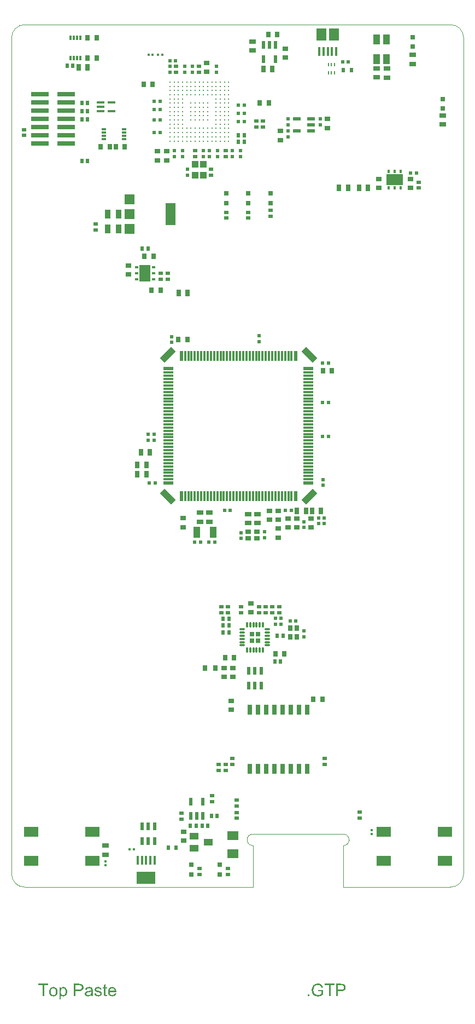
<source format=gtp>
G04 Layer_Color=33789*
%FSLAX43Y43*%
%MOMM*%
G71*
G01*
G75*
%ADD10R,0.750X0.750*%
%ADD11R,0.640X1.000*%
%ADD12R,1.000X0.640*%
%ADD13C,0.100*%
%ADD14C,0.100*%
%ADD15R,0.750X0.850*%
%ADD16R,0.850X0.750*%
%ADD17R,1.000X1.800*%
%ADD18R,1.000X1.000*%
%ADD19R,0.330X0.425*%
%ADD20R,0.425X0.330*%
%ADD21R,0.550X0.800*%
%ADD22R,0.600X1.200*%
%ADD23R,0.600X1.300*%
%ADD24R,0.640X1.550*%
G04:AMPARAMS|DCode=25|XSize=0.3mm|YSize=0.85mm|CornerRadius=0.075mm|HoleSize=0mm|Usage=FLASHONLY|Rotation=180.000|XOffset=0mm|YOffset=0mm|HoleType=Round|Shape=RoundedRectangle|*
%AMROUNDEDRECTD25*
21,1,0.300,0.700,0,0,180.0*
21,1,0.150,0.850,0,0,180.0*
1,1,0.150,-0.075,0.350*
1,1,0.150,0.075,0.350*
1,1,0.150,0.075,-0.350*
1,1,0.150,-0.075,-0.350*
%
%ADD25ROUNDEDRECTD25*%
G04:AMPARAMS|DCode=26|XSize=0.3mm|YSize=0.85mm|CornerRadius=0.075mm|HoleSize=0mm|Usage=FLASHONLY|Rotation=270.000|XOffset=0mm|YOffset=0mm|HoleType=Round|Shape=RoundedRectangle|*
%AMROUNDEDRECTD26*
21,1,0.300,0.700,0,0,270.0*
21,1,0.150,0.850,0,0,270.0*
1,1,0.150,-0.350,-0.075*
1,1,0.150,-0.350,0.075*
1,1,0.150,0.350,0.075*
1,1,0.150,0.350,-0.075*
%
%ADD26ROUNDEDRECTD26*%
G04:AMPARAMS|DCode=27|XSize=1mm|YSize=2.5mm|CornerRadius=0mm|HoleSize=0mm|Usage=FLASHONLY|Rotation=315.000|XOffset=0mm|YOffset=0mm|HoleType=Round|Shape=Rectangle|*
%AMROTATEDRECTD27*
4,1,4,-1.237,-0.530,0.530,1.237,1.237,0.530,-0.530,-1.237,-1.237,-0.530,0.0*
%
%ADD27ROTATEDRECTD27*%

G04:AMPARAMS|DCode=28|XSize=1mm|YSize=2.5mm|CornerRadius=0mm|HoleSize=0mm|Usage=FLASHONLY|Rotation=225.000|XOffset=0mm|YOffset=0mm|HoleType=Round|Shape=Rectangle|*
%AMROTATEDRECTD28*
4,1,4,-0.530,1.237,1.237,-0.530,0.530,-1.237,-1.237,0.530,-0.530,1.237,0.0*
%
%ADD28ROTATEDRECTD28*%

%ADD29R,0.300X1.650*%
%ADD30R,0.500X1.650*%
%ADD31R,1.650X0.500*%
%ADD32R,1.650X0.300*%
%ADD33R,1.700X2.500*%
%ADD34R,0.500X0.450*%
%ADD35R,1.650X1.500*%
%ADD36R,1.650X3.500*%
%ADD37R,2.500X1.700*%
%ADD38R,0.450X0.500*%
%ADD39R,0.800X0.300*%
%ADD40R,1.300X0.600*%
%ADD41R,1.200X0.400*%
%ADD42C,0.250*%
%ADD43R,0.250X0.600*%
%ADD44R,0.300X0.800*%
%ADD45R,1.400X1.000*%
%ADD46R,0.700X0.510*%
%ADD47R,1.000X0.640*%
%ADD48R,0.510X0.700*%
%ADD49R,0.640X1.000*%
%ADD50R,0.800X0.800*%
%ADD51R,0.800X0.800*%
%ADD52R,1.100X1.500*%
%ADD53R,0.800X0.950*%
%ADD54R,0.400X1.350*%
%ADD55R,2.900X1.900*%
%ADD56R,2.790X0.740*%
%ADD57R,1.500X1.900*%
%ADD58R,0.400X1.350*%
%ADD59R,1.780X1.400*%
%ADD60R,0.890X0.640*%
%ADD61R,0.640X0.890*%
%ADD62R,0.560X0.510*%
%ADD63R,0.510X0.560*%
%ADD64R,0.900X1.400*%
%ADD65R,2.160X1.520*%
G36*
X15623Y-15446D02*
X15645Y-15448D01*
X15673Y-15454D01*
X15703Y-15459D01*
X15739Y-15468D01*
X15773Y-15476D01*
X15812Y-15490D01*
X15848Y-15504D01*
X15887Y-15523D01*
X15925Y-15546D01*
X15964Y-15571D01*
X16000Y-15601D01*
X16034Y-15634D01*
X16037Y-15637D01*
X16042Y-15643D01*
X16050Y-15654D01*
X16062Y-15670D01*
X16075Y-15690D01*
X16089Y-15712D01*
X16106Y-15740D01*
X16123Y-15773D01*
X16139Y-15809D01*
X16156Y-15848D01*
X16170Y-15893D01*
X16184Y-15940D01*
X16195Y-15993D01*
X16203Y-16048D01*
X16209Y-16106D01*
X16211Y-16170D01*
Y-16173D01*
Y-16184D01*
Y-16203D01*
X16209Y-16231D01*
X15168D01*
Y-16234D01*
Y-16242D01*
X15170Y-16253D01*
Y-16270D01*
X15173Y-16290D01*
X15179Y-16312D01*
X15187Y-16362D01*
X15204Y-16417D01*
X15226Y-16478D01*
X15256Y-16534D01*
X15295Y-16584D01*
X15298D01*
X15301Y-16589D01*
X15318Y-16603D01*
X15342Y-16623D01*
X15376Y-16642D01*
X15420Y-16664D01*
X15470Y-16684D01*
X15526Y-16698D01*
X15556Y-16700D01*
X15590Y-16703D01*
X15612D01*
X15637Y-16700D01*
X15667Y-16695D01*
X15701Y-16687D01*
X15739Y-16675D01*
X15776Y-16659D01*
X15812Y-16637D01*
X15814Y-16634D01*
X15828Y-16623D01*
X15845Y-16606D01*
X15864Y-16584D01*
X15887Y-16553D01*
X15912Y-16514D01*
X15937Y-16470D01*
X15959Y-16417D01*
X16203Y-16448D01*
Y-16451D01*
X16200Y-16456D01*
X16198Y-16467D01*
X16192Y-16484D01*
X16184Y-16501D01*
X16175Y-16523D01*
X16153Y-16570D01*
X16125Y-16623D01*
X16087Y-16678D01*
X16042Y-16731D01*
X15987Y-16781D01*
X15984D01*
X15978Y-16786D01*
X15970Y-16792D01*
X15959Y-16800D01*
X15942Y-16809D01*
X15925Y-16817D01*
X15903Y-16828D01*
X15878Y-16839D01*
X15851Y-16850D01*
X15823Y-16861D01*
X15753Y-16878D01*
X15676Y-16892D01*
X15590Y-16898D01*
X15559D01*
X15540Y-16895D01*
X15515Y-16892D01*
X15484Y-16886D01*
X15451Y-16881D01*
X15415Y-16875D01*
X15337Y-16853D01*
X15295Y-16836D01*
X15256Y-16820D01*
X15215Y-16798D01*
X15176Y-16773D01*
X15140Y-16745D01*
X15104Y-16712D01*
X15101Y-16709D01*
X15095Y-16703D01*
X15087Y-16692D01*
X15076Y-16675D01*
X15062Y-16656D01*
X15048Y-16634D01*
X15032Y-16606D01*
X15015Y-16576D01*
X14998Y-16539D01*
X14982Y-16501D01*
X14968Y-16456D01*
X14954Y-16409D01*
X14943Y-16359D01*
X14934Y-16303D01*
X14929Y-16245D01*
X14926Y-16184D01*
Y-16181D01*
Y-16167D01*
Y-16151D01*
X14929Y-16126D01*
X14932Y-16095D01*
X14934Y-16062D01*
X14940Y-16023D01*
X14948Y-15984D01*
X14970Y-15895D01*
X14984Y-15851D01*
X15001Y-15804D01*
X15023Y-15759D01*
X15048Y-15718D01*
X15076Y-15676D01*
X15107Y-15637D01*
X15109Y-15634D01*
X15115Y-15629D01*
X15126Y-15620D01*
X15140Y-15607D01*
X15156Y-15593D01*
X15179Y-15576D01*
X15204Y-15557D01*
X15234Y-15540D01*
X15265Y-15521D01*
X15301Y-15504D01*
X15340Y-15487D01*
X15381Y-15473D01*
X15426Y-15459D01*
X15473Y-15451D01*
X15523Y-15446D01*
X15576Y-15443D01*
X15603D01*
X15623Y-15446D01*
D02*
G37*
G36*
X6509D02*
X6534Y-15448D01*
X6561Y-15454D01*
X6592Y-15459D01*
X6628Y-15465D01*
X6703Y-15490D01*
X6742Y-15504D01*
X6781Y-15523D01*
X6819Y-15543D01*
X6858Y-15571D01*
X6894Y-15598D01*
X6931Y-15632D01*
X6933Y-15634D01*
X6939Y-15640D01*
X6947Y-15651D01*
X6958Y-15665D01*
X6972Y-15684D01*
X6989Y-15709D01*
X7005Y-15737D01*
X7022Y-15768D01*
X7039Y-15801D01*
X7055Y-15843D01*
X7072Y-15884D01*
X7086Y-15931D01*
X7097Y-15981D01*
X7105Y-16034D01*
X7111Y-16090D01*
X7114Y-16151D01*
Y-16154D01*
Y-16162D01*
Y-16176D01*
Y-16195D01*
X7111Y-16217D01*
X7108Y-16245D01*
Y-16273D01*
X7103Y-16303D01*
X7094Y-16373D01*
X7078Y-16442D01*
X7058Y-16512D01*
X7030Y-16576D01*
Y-16578D01*
X7028Y-16581D01*
X7022Y-16589D01*
X7017Y-16600D01*
X6997Y-16628D01*
X6972Y-16662D01*
X6939Y-16700D01*
X6897Y-16739D01*
X6850Y-16778D01*
X6795Y-16814D01*
X6792D01*
X6789Y-16817D01*
X6781Y-16823D01*
X6767Y-16828D01*
X6753Y-16834D01*
X6736Y-16839D01*
X6695Y-16856D01*
X6647Y-16870D01*
X6589Y-16884D01*
X6528Y-16895D01*
X6461Y-16898D01*
X6434D01*
X6411Y-16895D01*
X6386Y-16892D01*
X6359Y-16886D01*
X6325Y-16881D01*
X6292Y-16875D01*
X6217Y-16853D01*
X6175Y-16836D01*
X6137Y-16820D01*
X6098Y-16798D01*
X6059Y-16773D01*
X6023Y-16745D01*
X5987Y-16712D01*
X5984Y-16709D01*
X5978Y-16703D01*
X5970Y-16692D01*
X5959Y-16675D01*
X5945Y-16656D01*
X5931Y-16634D01*
X5914Y-16606D01*
X5898Y-16573D01*
X5881Y-16537D01*
X5864Y-16495D01*
X5851Y-16451D01*
X5837Y-16403D01*
X5826Y-16351D01*
X5817Y-16295D01*
X5812Y-16234D01*
X5809Y-16170D01*
Y-16165D01*
Y-16154D01*
X5812Y-16134D01*
Y-16106D01*
X5814Y-16076D01*
X5820Y-16037D01*
X5826Y-15998D01*
X5837Y-15954D01*
X5848Y-15909D01*
X5862Y-15862D01*
X5878Y-15812D01*
X5901Y-15765D01*
X5923Y-15720D01*
X5953Y-15676D01*
X5984Y-15634D01*
X6023Y-15598D01*
X6025Y-15595D01*
X6031Y-15593D01*
X6042Y-15584D01*
X6056Y-15573D01*
X6073Y-15562D01*
X6095Y-15548D01*
X6117Y-15534D01*
X6145Y-15521D01*
X6175Y-15507D01*
X6209Y-15493D01*
X6284Y-15468D01*
X6370Y-15448D01*
X6414Y-15446D01*
X6461Y-15443D01*
X6489D01*
X6509Y-15446D01*
D02*
G37*
G36*
X5665Y-15174D02*
X5032D01*
Y-16867D01*
X4776D01*
Y-15174D01*
X4143D01*
Y-14946D01*
X5665D01*
Y-15174D01*
D02*
G37*
G36*
X14535Y-15473D02*
X14773D01*
Y-15657D01*
X14535D01*
Y-16476D01*
Y-16481D01*
Y-16492D01*
Y-16509D01*
X14537Y-16528D01*
X14540Y-16573D01*
X14543Y-16592D01*
X14546Y-16606D01*
X14548Y-16612D01*
X14557Y-16623D01*
X14568Y-16637D01*
X14587Y-16650D01*
X14593Y-16653D01*
X14607Y-16659D01*
X14632Y-16664D01*
X14668Y-16667D01*
X14696D01*
X14710Y-16664D01*
X14729D01*
X14751Y-16662D01*
X14773Y-16659D01*
X14804Y-16867D01*
X14798D01*
X14787Y-16870D01*
X14768Y-16873D01*
X14743Y-16875D01*
X14715Y-16881D01*
X14685Y-16884D01*
X14623Y-16886D01*
X14601D01*
X14579Y-16884D01*
X14551Y-16881D01*
X14518Y-16878D01*
X14485Y-16870D01*
X14454Y-16861D01*
X14424Y-16848D01*
X14421Y-16845D01*
X14412Y-16839D01*
X14401Y-16831D01*
X14385Y-16817D01*
X14371Y-16803D01*
X14354Y-16784D01*
X14337Y-16764D01*
X14326Y-16739D01*
Y-16737D01*
X14321Y-16725D01*
X14318Y-16706D01*
X14313Y-16678D01*
X14307Y-16642D01*
X14304Y-16620D01*
Y-16595D01*
X14301Y-16564D01*
X14299Y-16534D01*
Y-16501D01*
Y-16462D01*
Y-15657D01*
X14124D01*
Y-15473D01*
X14299D01*
Y-15129D01*
X14535Y-14988D01*
Y-15473D01*
D02*
G37*
G36*
X50013Y-15174D02*
X49380D01*
Y-16867D01*
X49125D01*
Y-15174D01*
X48492D01*
Y-14946D01*
X50013D01*
Y-15174D01*
D02*
G37*
G36*
X46107Y-16867D02*
X45838D01*
Y-16598D01*
X46107D01*
Y-16867D01*
D02*
G37*
G36*
X47495Y-14915D02*
X47518D01*
X47570Y-14921D01*
X47629Y-14929D01*
X47690Y-14943D01*
X47756Y-14960D01*
X47820Y-14982D01*
X47823D01*
X47829Y-14985D01*
X47837Y-14988D01*
X47848Y-14993D01*
X47879Y-15010D01*
X47917Y-15029D01*
X47959Y-15057D01*
X48003Y-15090D01*
X48045Y-15126D01*
X48084Y-15171D01*
X48090Y-15176D01*
X48101Y-15193D01*
X48117Y-15218D01*
X48139Y-15254D01*
X48162Y-15298D01*
X48187Y-15354D01*
X48212Y-15415D01*
X48231Y-15484D01*
X48001Y-15546D01*
Y-15543D01*
X47998Y-15540D01*
X47995Y-15532D01*
X47992Y-15521D01*
X47984Y-15496D01*
X47973Y-15462D01*
X47956Y-15423D01*
X47937Y-15387D01*
X47917Y-15348D01*
X47892Y-15315D01*
X47890Y-15312D01*
X47881Y-15301D01*
X47865Y-15287D01*
X47845Y-15268D01*
X47820Y-15246D01*
X47787Y-15223D01*
X47751Y-15201D01*
X47709Y-15182D01*
X47704Y-15179D01*
X47690Y-15174D01*
X47665Y-15165D01*
X47631Y-15154D01*
X47593Y-15146D01*
X47548Y-15137D01*
X47498Y-15132D01*
X47445Y-15129D01*
X47415D01*
X47401Y-15132D01*
X47384D01*
X47343Y-15135D01*
X47296Y-15143D01*
X47243Y-15151D01*
X47193Y-15165D01*
X47143Y-15185D01*
X47137Y-15187D01*
X47121Y-15193D01*
X47098Y-15207D01*
X47071Y-15221D01*
X47037Y-15243D01*
X47001Y-15265D01*
X46968Y-15293D01*
X46937Y-15323D01*
X46935Y-15326D01*
X46924Y-15337D01*
X46910Y-15357D01*
X46893Y-15379D01*
X46874Y-15407D01*
X46854Y-15440D01*
X46835Y-15476D01*
X46815Y-15515D01*
Y-15518D01*
X46812Y-15523D01*
X46810Y-15532D01*
X46804Y-15546D01*
X46799Y-15562D01*
X46793Y-15582D01*
X46785Y-15604D01*
X46779Y-15629D01*
X46765Y-15687D01*
X46754Y-15754D01*
X46746Y-15823D01*
X46743Y-15901D01*
Y-15904D01*
Y-15912D01*
Y-15926D01*
X46746Y-15943D01*
Y-15965D01*
X46749Y-15993D01*
X46751Y-16020D01*
X46754Y-16051D01*
X46765Y-16120D01*
X46779Y-16192D01*
X46801Y-16265D01*
X46829Y-16334D01*
Y-16337D01*
X46835Y-16342D01*
X46837Y-16351D01*
X46846Y-16362D01*
X46865Y-16392D01*
X46896Y-16431D01*
X46932Y-16473D01*
X46976Y-16514D01*
X47029Y-16553D01*
X47087Y-16589D01*
X47090D01*
X47096Y-16592D01*
X47104Y-16598D01*
X47118Y-16603D01*
X47132Y-16609D01*
X47151Y-16614D01*
X47196Y-16631D01*
X47251Y-16645D01*
X47312Y-16659D01*
X47379Y-16670D01*
X47448Y-16673D01*
X47476D01*
X47493Y-16670D01*
X47509D01*
X47551Y-16664D01*
X47601Y-16659D01*
X47654Y-16648D01*
X47712Y-16631D01*
X47770Y-16612D01*
X47773D01*
X47779Y-16609D01*
X47784Y-16606D01*
X47795Y-16600D01*
X47826Y-16587D01*
X47859Y-16570D01*
X47898Y-16551D01*
X47940Y-16528D01*
X47978Y-16503D01*
X48012Y-16476D01*
Y-16115D01*
X47445D01*
Y-15887D01*
X48262D01*
Y-16600D01*
X48259Y-16603D01*
X48253Y-16606D01*
X48242Y-16614D01*
X48228Y-16625D01*
X48212Y-16637D01*
X48192Y-16650D01*
X48167Y-16667D01*
X48142Y-16684D01*
X48084Y-16720D01*
X48017Y-16759D01*
X47948Y-16795D01*
X47873Y-16825D01*
X47870D01*
X47865Y-16828D01*
X47854Y-16831D01*
X47840Y-16836D01*
X47820Y-16842D01*
X47798Y-16850D01*
X47773Y-16856D01*
X47748Y-16861D01*
X47687Y-16875D01*
X47618Y-16889D01*
X47543Y-16898D01*
X47465Y-16900D01*
X47437D01*
X47418Y-16898D01*
X47393D01*
X47362Y-16895D01*
X47329Y-16889D01*
X47293Y-16886D01*
X47212Y-16870D01*
X47126Y-16850D01*
X47037Y-16820D01*
X46993Y-16803D01*
X46948Y-16781D01*
X46946Y-16778D01*
X46937Y-16775D01*
X46926Y-16767D01*
X46910Y-16759D01*
X46890Y-16745D01*
X46871Y-16731D01*
X46818Y-16692D01*
X46762Y-16642D01*
X46704Y-16581D01*
X46649Y-16512D01*
X46599Y-16431D01*
Y-16428D01*
X46593Y-16420D01*
X46588Y-16409D01*
X46579Y-16389D01*
X46571Y-16370D01*
X46563Y-16342D01*
X46551Y-16315D01*
X46540Y-16281D01*
X46529Y-16245D01*
X46518Y-16203D01*
X46510Y-16162D01*
X46502Y-16117D01*
X46488Y-16020D01*
X46482Y-15918D01*
Y-15915D01*
Y-15904D01*
Y-15890D01*
X46485Y-15870D01*
Y-15845D01*
X46488Y-15815D01*
X46493Y-15784D01*
X46496Y-15748D01*
X46504Y-15709D01*
X46510Y-15668D01*
X46532Y-15579D01*
X46560Y-15487D01*
X46599Y-15396D01*
X46601Y-15393D01*
X46604Y-15384D01*
X46610Y-15373D01*
X46621Y-15357D01*
X46632Y-15335D01*
X46646Y-15312D01*
X46685Y-15260D01*
X46732Y-15198D01*
X46790Y-15140D01*
X46857Y-15082D01*
X46896Y-15057D01*
X46935Y-15032D01*
X46937Y-15029D01*
X46946Y-15026D01*
X46957Y-15021D01*
X46973Y-15012D01*
X46996Y-15004D01*
X47021Y-14993D01*
X47048Y-14982D01*
X47082Y-14971D01*
X47118Y-14960D01*
X47157Y-14951D01*
X47198Y-14940D01*
X47243Y-14932D01*
X47340Y-14918D01*
X47390Y-14913D01*
X47479D01*
X47495Y-14915D01*
D02*
G37*
G36*
X51107Y-14949D02*
X51154Y-14951D01*
X51204Y-14954D01*
X51252Y-14960D01*
X51293Y-14965D01*
X51299D01*
X51318Y-14971D01*
X51343Y-14976D01*
X51377Y-14985D01*
X51413Y-14999D01*
X51452Y-15015D01*
X51493Y-15035D01*
X51529Y-15057D01*
X51535Y-15060D01*
X51546Y-15068D01*
X51563Y-15085D01*
X51585Y-15104D01*
X51610Y-15129D01*
X51635Y-15162D01*
X51663Y-15198D01*
X51685Y-15240D01*
X51687Y-15246D01*
X51693Y-15260D01*
X51704Y-15285D01*
X51715Y-15318D01*
X51724Y-15357D01*
X51735Y-15401D01*
X51740Y-15451D01*
X51743Y-15504D01*
Y-15507D01*
Y-15515D01*
Y-15526D01*
X51740Y-15546D01*
X51737Y-15565D01*
X51735Y-15590D01*
X51729Y-15618D01*
X51724Y-15648D01*
X51704Y-15712D01*
X51693Y-15745D01*
X51676Y-15781D01*
X51657Y-15818D01*
X51638Y-15851D01*
X51613Y-15884D01*
X51585Y-15918D01*
X51582Y-15920D01*
X51576Y-15926D01*
X51568Y-15934D01*
X51554Y-15943D01*
X51538Y-15956D01*
X51515Y-15970D01*
X51488Y-15987D01*
X51457Y-16001D01*
X51421Y-16017D01*
X51379Y-16034D01*
X51335Y-16048D01*
X51282Y-16059D01*
X51227Y-16070D01*
X51166Y-16079D01*
X51096Y-16084D01*
X51024Y-16087D01*
X50533D01*
Y-16867D01*
X50277D01*
Y-14946D01*
X51066D01*
X51107Y-14949D01*
D02*
G37*
G36*
X10492D02*
X10540Y-14951D01*
X10590Y-14954D01*
X10637Y-14960D01*
X10678Y-14965D01*
X10684D01*
X10703Y-14971D01*
X10728Y-14976D01*
X10762Y-14985D01*
X10798Y-14999D01*
X10837Y-15015D01*
X10878Y-15035D01*
X10914Y-15057D01*
X10920Y-15060D01*
X10931Y-15068D01*
X10948Y-15085D01*
X10970Y-15104D01*
X10995Y-15129D01*
X11020Y-15162D01*
X11048Y-15198D01*
X11070Y-15240D01*
X11073Y-15246D01*
X11078Y-15260D01*
X11089Y-15285D01*
X11100Y-15318D01*
X11109Y-15357D01*
X11120Y-15401D01*
X11125Y-15451D01*
X11128Y-15504D01*
Y-15507D01*
Y-15515D01*
Y-15526D01*
X11125Y-15546D01*
X11123Y-15565D01*
X11120Y-15590D01*
X11114Y-15618D01*
X11109Y-15648D01*
X11089Y-15712D01*
X11078Y-15745D01*
X11062Y-15781D01*
X11042Y-15818D01*
X11023Y-15851D01*
X10998Y-15884D01*
X10970Y-15918D01*
X10967Y-15920D01*
X10962Y-15926D01*
X10953Y-15934D01*
X10939Y-15943D01*
X10923Y-15956D01*
X10901Y-15970D01*
X10873Y-15987D01*
X10842Y-16001D01*
X10806Y-16017D01*
X10764Y-16034D01*
X10720Y-16048D01*
X10667Y-16059D01*
X10612Y-16070D01*
X10551Y-16079D01*
X10481Y-16084D01*
X10409Y-16087D01*
X9918D01*
Y-16867D01*
X9662D01*
Y-14946D01*
X10451D01*
X10492Y-14949D01*
D02*
G37*
G36*
X13430Y-15446D02*
X13471Y-15448D01*
X13516Y-15454D01*
X13563Y-15465D01*
X13613Y-15476D01*
X13660Y-15493D01*
X13663D01*
X13666Y-15496D01*
X13680Y-15501D01*
X13702Y-15512D01*
X13730Y-15526D01*
X13760Y-15546D01*
X13791Y-15568D01*
X13818Y-15593D01*
X13843Y-15620D01*
X13846Y-15623D01*
X13852Y-15634D01*
X13863Y-15654D01*
X13877Y-15676D01*
X13891Y-15709D01*
X13904Y-15745D01*
X13916Y-15787D01*
X13927Y-15834D01*
X13696Y-15865D01*
Y-15859D01*
X13693Y-15848D01*
X13688Y-15829D01*
X13680Y-15804D01*
X13666Y-15779D01*
X13649Y-15751D01*
X13630Y-15723D01*
X13602Y-15698D01*
X13599Y-15695D01*
X13588Y-15690D01*
X13571Y-15679D01*
X13546Y-15668D01*
X13519Y-15657D01*
X13482Y-15645D01*
X13438Y-15640D01*
X13391Y-15637D01*
X13363D01*
X13335Y-15640D01*
X13299Y-15643D01*
X13263Y-15651D01*
X13224Y-15659D01*
X13188Y-15673D01*
X13158Y-15693D01*
X13155Y-15695D01*
X13146Y-15701D01*
X13135Y-15712D01*
X13124Y-15729D01*
X13110Y-15745D01*
X13099Y-15768D01*
X13091Y-15793D01*
X13088Y-15818D01*
Y-15820D01*
Y-15826D01*
X13091Y-15834D01*
Y-15845D01*
X13099Y-15873D01*
X13116Y-15901D01*
X13119Y-15904D01*
X13122Y-15906D01*
X13127Y-15915D01*
X13138Y-15923D01*
X13149Y-15931D01*
X13166Y-15943D01*
X13185Y-15951D01*
X13208Y-15962D01*
X13210D01*
X13216Y-15965D01*
X13227Y-15968D01*
X13246Y-15976D01*
X13274Y-15984D01*
X13310Y-15993D01*
X13333Y-16001D01*
X13357Y-16006D01*
X13385Y-16015D01*
X13416Y-16023D01*
X13419D01*
X13427Y-16026D01*
X13441Y-16029D01*
X13457Y-16034D01*
X13477Y-16040D01*
X13502Y-16045D01*
X13555Y-16062D01*
X13613Y-16079D01*
X13671Y-16098D01*
X13724Y-16117D01*
X13746Y-16126D01*
X13766Y-16134D01*
X13771Y-16137D01*
X13782Y-16142D01*
X13799Y-16151D01*
X13824Y-16165D01*
X13849Y-16181D01*
X13874Y-16203D01*
X13899Y-16228D01*
X13921Y-16256D01*
X13924Y-16259D01*
X13929Y-16270D01*
X13941Y-16287D01*
X13952Y-16312D01*
X13960Y-16342D01*
X13971Y-16376D01*
X13977Y-16414D01*
X13979Y-16459D01*
Y-16464D01*
Y-16478D01*
X13977Y-16501D01*
X13971Y-16531D01*
X13963Y-16564D01*
X13949Y-16600D01*
X13932Y-16642D01*
X13910Y-16681D01*
X13907Y-16687D01*
X13896Y-16698D01*
X13882Y-16717D01*
X13860Y-16739D01*
X13829Y-16764D01*
X13796Y-16792D01*
X13757Y-16817D01*
X13710Y-16842D01*
X13707D01*
X13705Y-16845D01*
X13688Y-16850D01*
X13660Y-16859D01*
X13624Y-16870D01*
X13580Y-16881D01*
X13530Y-16889D01*
X13477Y-16895D01*
X13416Y-16898D01*
X13391D01*
X13371Y-16895D01*
X13349D01*
X13321Y-16892D01*
X13294Y-16889D01*
X13263Y-16884D01*
X13196Y-16870D01*
X13127Y-16850D01*
X13060Y-16823D01*
X13030Y-16806D01*
X13002Y-16786D01*
X12999Y-16784D01*
X12997Y-16781D01*
X12980Y-16764D01*
X12955Y-16739D01*
X12927Y-16700D01*
X12897Y-16653D01*
X12866Y-16598D01*
X12841Y-16528D01*
X12822Y-16451D01*
X13055Y-16414D01*
Y-16417D01*
Y-16420D01*
X13060Y-16437D01*
X13066Y-16464D01*
X13077Y-16495D01*
X13091Y-16528D01*
X13108Y-16564D01*
X13133Y-16600D01*
X13163Y-16631D01*
X13169Y-16634D01*
X13180Y-16642D01*
X13202Y-16653D01*
X13230Y-16667D01*
X13266Y-16681D01*
X13308Y-16692D01*
X13357Y-16700D01*
X13416Y-16703D01*
X13444D01*
X13471Y-16700D01*
X13507Y-16695D01*
X13546Y-16687D01*
X13588Y-16675D01*
X13624Y-16662D01*
X13657Y-16639D01*
X13660Y-16637D01*
X13671Y-16628D01*
X13682Y-16614D01*
X13699Y-16595D01*
X13713Y-16573D01*
X13727Y-16545D01*
X13735Y-16517D01*
X13738Y-16484D01*
Y-16481D01*
Y-16470D01*
X13735Y-16456D01*
X13730Y-16437D01*
X13721Y-16417D01*
X13707Y-16398D01*
X13691Y-16376D01*
X13666Y-16359D01*
X13663Y-16356D01*
X13655Y-16353D01*
X13641Y-16345D01*
X13618Y-16337D01*
X13585Y-16326D01*
X13566Y-16317D01*
X13543Y-16312D01*
X13519Y-16303D01*
X13491Y-16295D01*
X13460Y-16287D01*
X13424Y-16278D01*
X13421D01*
X13413Y-16276D01*
X13399Y-16273D01*
X13382Y-16267D01*
X13360Y-16262D01*
X13335Y-16253D01*
X13283Y-16240D01*
X13221Y-16220D01*
X13163Y-16203D01*
X13108Y-16184D01*
X13083Y-16173D01*
X13063Y-16165D01*
X13058Y-16162D01*
X13047Y-16156D01*
X13030Y-16145D01*
X13008Y-16131D01*
X12983Y-16112D01*
X12958Y-16090D01*
X12933Y-16065D01*
X12911Y-16034D01*
X12908Y-16031D01*
X12902Y-16020D01*
X12894Y-16001D01*
X12886Y-15979D01*
X12877Y-15951D01*
X12869Y-15918D01*
X12863Y-15884D01*
X12861Y-15845D01*
Y-15840D01*
Y-15829D01*
X12863Y-15812D01*
X12866Y-15787D01*
X12872Y-15762D01*
X12877Y-15732D01*
X12888Y-15704D01*
X12902Y-15673D01*
X12905Y-15670D01*
X12911Y-15659D01*
X12919Y-15645D01*
X12933Y-15626D01*
X12949Y-15607D01*
X12969Y-15582D01*
X12991Y-15559D01*
X13019Y-15540D01*
X13022Y-15537D01*
X13030Y-15534D01*
X13041Y-15526D01*
X13058Y-15518D01*
X13080Y-15507D01*
X13105Y-15496D01*
X13135Y-15484D01*
X13169Y-15473D01*
X13174Y-15471D01*
X13185Y-15468D01*
X13205Y-15462D01*
X13230Y-15457D01*
X13260Y-15451D01*
X13294Y-15448D01*
X13333Y-15443D01*
X13399D01*
X13430Y-15446D01*
D02*
G37*
G36*
X8052D02*
X8072Y-15448D01*
X8113Y-15454D01*
X8163Y-15465D01*
X8216Y-15482D01*
X8269Y-15507D01*
X8321Y-15537D01*
X8324D01*
X8327Y-15543D01*
X8344Y-15554D01*
X8369Y-15576D01*
X8399Y-15604D01*
X8432Y-15640D01*
X8466Y-15684D01*
X8499Y-15737D01*
X8527Y-15795D01*
Y-15798D01*
X8530Y-15804D01*
X8532Y-15812D01*
X8538Y-15823D01*
X8544Y-15840D01*
X8549Y-15859D01*
X8563Y-15904D01*
X8577Y-15959D01*
X8588Y-16020D01*
X8596Y-16090D01*
X8599Y-16162D01*
Y-16165D01*
Y-16170D01*
Y-16181D01*
Y-16198D01*
X8596Y-16217D01*
Y-16240D01*
X8591Y-16290D01*
X8580Y-16351D01*
X8566Y-16414D01*
X8546Y-16481D01*
X8521Y-16548D01*
Y-16551D01*
X8519Y-16556D01*
X8513Y-16564D01*
X8507Y-16576D01*
X8488Y-16606D01*
X8463Y-16645D01*
X8432Y-16687D01*
X8394Y-16728D01*
X8349Y-16770D01*
X8296Y-16809D01*
X8294D01*
X8291Y-16811D01*
X8283Y-16817D01*
X8271Y-16823D01*
X8244Y-16836D01*
X8205Y-16853D01*
X8158Y-16870D01*
X8108Y-16884D01*
X8049Y-16895D01*
X7991Y-16898D01*
X7972D01*
X7949Y-16895D01*
X7922Y-16892D01*
X7888Y-16886D01*
X7852Y-16878D01*
X7816Y-16867D01*
X7780Y-16850D01*
X7777Y-16848D01*
X7763Y-16842D01*
X7747Y-16831D01*
X7725Y-16814D01*
X7702Y-16798D01*
X7675Y-16775D01*
X7650Y-16750D01*
X7627Y-16723D01*
Y-17400D01*
X7391D01*
Y-15473D01*
X7605D01*
Y-15657D01*
X7608Y-15651D01*
X7619Y-15640D01*
X7633Y-15620D01*
X7655Y-15598D01*
X7680Y-15571D01*
X7708Y-15546D01*
X7741Y-15521D01*
X7775Y-15498D01*
X7780Y-15496D01*
X7791Y-15490D01*
X7813Y-15482D01*
X7841Y-15471D01*
X7874Y-15459D01*
X7913Y-15451D01*
X7958Y-15446D01*
X8008Y-15443D01*
X8038D01*
X8052Y-15446D01*
D02*
G37*
G36*
X12072D02*
X12114Y-15448D01*
X12161Y-15454D01*
X12208Y-15462D01*
X12255Y-15473D01*
X12300Y-15487D01*
X12305Y-15490D01*
X12319Y-15496D01*
X12339Y-15504D01*
X12364Y-15515D01*
X12391Y-15532D01*
X12419Y-15548D01*
X12444Y-15571D01*
X12466Y-15593D01*
X12469Y-15595D01*
X12475Y-15604D01*
X12483Y-15618D01*
X12494Y-15634D01*
X12508Y-15659D01*
X12519Y-15684D01*
X12530Y-15715D01*
X12539Y-15751D01*
Y-15754D01*
X12541Y-15762D01*
X12544Y-15779D01*
X12547Y-15801D01*
Y-15831D01*
X12550Y-15868D01*
X12552Y-15915D01*
Y-15968D01*
Y-16284D01*
Y-16287D01*
Y-16298D01*
Y-16315D01*
Y-16337D01*
Y-16362D01*
Y-16392D01*
X12555Y-16459D01*
Y-16528D01*
X12558Y-16598D01*
X12561Y-16628D01*
Y-16656D01*
X12563Y-16681D01*
X12566Y-16700D01*
Y-16703D01*
X12569Y-16714D01*
X12572Y-16731D01*
X12580Y-16753D01*
X12586Y-16778D01*
X12597Y-16806D01*
X12611Y-16836D01*
X12625Y-16867D01*
X12377D01*
X12375Y-16864D01*
X12372Y-16853D01*
X12366Y-16839D01*
X12358Y-16817D01*
X12350Y-16792D01*
X12344Y-16762D01*
X12339Y-16728D01*
X12333Y-16692D01*
X12330D01*
X12328Y-16698D01*
X12311Y-16712D01*
X12286Y-16731D01*
X12253Y-16756D01*
X12211Y-16781D01*
X12169Y-16809D01*
X12125Y-16834D01*
X12078Y-16853D01*
X12072Y-16856D01*
X12055Y-16859D01*
X12030Y-16867D01*
X12000Y-16875D01*
X11961Y-16884D01*
X11917Y-16889D01*
X11867Y-16895D01*
X11817Y-16898D01*
X11794D01*
X11778Y-16895D01*
X11758D01*
X11736Y-16892D01*
X11686Y-16884D01*
X11631Y-16870D01*
X11570Y-16850D01*
X11514Y-16823D01*
X11464Y-16786D01*
X11459Y-16781D01*
X11445Y-16767D01*
X11425Y-16742D01*
X11403Y-16709D01*
X11381Y-16667D01*
X11361Y-16620D01*
X11348Y-16562D01*
X11345Y-16534D01*
X11342Y-16501D01*
Y-16495D01*
Y-16484D01*
X11345Y-16464D01*
X11348Y-16439D01*
X11353Y-16409D01*
X11361Y-16378D01*
X11372Y-16345D01*
X11386Y-16315D01*
X11389Y-16312D01*
X11395Y-16301D01*
X11406Y-16284D01*
X11420Y-16265D01*
X11436Y-16242D01*
X11459Y-16220D01*
X11481Y-16198D01*
X11509Y-16178D01*
X11511Y-16176D01*
X11522Y-16170D01*
X11536Y-16159D01*
X11559Y-16148D01*
X11583Y-16137D01*
X11614Y-16123D01*
X11645Y-16112D01*
X11681Y-16101D01*
X11683D01*
X11695Y-16098D01*
X11711Y-16092D01*
X11733Y-16090D01*
X11761Y-16084D01*
X11797Y-16079D01*
X11839Y-16070D01*
X11889Y-16065D01*
X11892D01*
X11903Y-16062D01*
X11917D01*
X11936Y-16059D01*
X11958Y-16056D01*
X11986Y-16051D01*
X12017Y-16048D01*
X12050Y-16042D01*
X12117Y-16029D01*
X12189Y-16015D01*
X12253Y-15998D01*
X12283Y-15990D01*
X12311Y-15981D01*
Y-15979D01*
Y-15973D01*
X12314Y-15956D01*
Y-15937D01*
Y-15926D01*
Y-15920D01*
Y-15918D01*
Y-15915D01*
Y-15898D01*
X12311Y-15870D01*
X12305Y-15840D01*
X12297Y-15806D01*
X12283Y-15773D01*
X12266Y-15743D01*
X12244Y-15718D01*
X12241Y-15715D01*
X12228Y-15704D01*
X12205Y-15693D01*
X12178Y-15676D01*
X12139Y-15662D01*
X12094Y-15648D01*
X12039Y-15640D01*
X11975Y-15637D01*
X11947D01*
X11919Y-15640D01*
X11881Y-15645D01*
X11842Y-15651D01*
X11800Y-15662D01*
X11761Y-15676D01*
X11728Y-15695D01*
X11725Y-15698D01*
X11714Y-15707D01*
X11700Y-15720D01*
X11683Y-15743D01*
X11667Y-15770D01*
X11647Y-15806D01*
X11631Y-15851D01*
X11614Y-15901D01*
X11384Y-15870D01*
Y-15868D01*
X11386Y-15865D01*
Y-15856D01*
X11389Y-15845D01*
X11397Y-15820D01*
X11409Y-15784D01*
X11422Y-15748D01*
X11439Y-15709D01*
X11461Y-15670D01*
X11486Y-15634D01*
X11489Y-15632D01*
X11500Y-15620D01*
X11517Y-15604D01*
X11539Y-15582D01*
X11570Y-15559D01*
X11606Y-15537D01*
X11647Y-15512D01*
X11695Y-15493D01*
X11697D01*
X11700Y-15490D01*
X11708Y-15487D01*
X11720Y-15484D01*
X11747Y-15476D01*
X11786Y-15468D01*
X11831Y-15459D01*
X11886Y-15451D01*
X11944Y-15446D01*
X12011Y-15443D01*
X12042D01*
X12072Y-15446D01*
D02*
G37*
%LPC*%
G36*
X15578Y-15637D02*
X15562D01*
X15551Y-15640D01*
X15520Y-15643D01*
X15484Y-15651D01*
X15440Y-15665D01*
X15392Y-15684D01*
X15348Y-15712D01*
X15304Y-15748D01*
X15298Y-15754D01*
X15287Y-15768D01*
X15268Y-15793D01*
X15248Y-15826D01*
X15226Y-15865D01*
X15206Y-15915D01*
X15190Y-15973D01*
X15181Y-16037D01*
X15962D01*
Y-16034D01*
Y-16029D01*
X15959Y-16020D01*
Y-16009D01*
X15953Y-15976D01*
X15945Y-15940D01*
X15931Y-15895D01*
X15917Y-15854D01*
X15895Y-15812D01*
X15870Y-15776D01*
Y-15773D01*
X15864Y-15770D01*
X15851Y-15754D01*
X15826Y-15732D01*
X15792Y-15707D01*
X15751Y-15682D01*
X15701Y-15659D01*
X15642Y-15643D01*
X15612Y-15640D01*
X15578Y-15637D01*
D02*
G37*
G36*
X6461D02*
X6445D01*
X6431Y-15640D01*
X6400Y-15643D01*
X6359Y-15654D01*
X6311Y-15670D01*
X6261Y-15693D01*
X6214Y-15726D01*
X6189Y-15748D01*
X6167Y-15770D01*
Y-15773D01*
X6162Y-15776D01*
X6156Y-15784D01*
X6148Y-15795D01*
X6139Y-15809D01*
X6131Y-15826D01*
X6120Y-15848D01*
X6109Y-15870D01*
X6098Y-15898D01*
X6087Y-15926D01*
X6078Y-15959D01*
X6070Y-15995D01*
X6062Y-16034D01*
X6056Y-16076D01*
X6053Y-16123D01*
X6050Y-16170D01*
Y-16173D01*
Y-16181D01*
Y-16195D01*
X6053Y-16215D01*
Y-16237D01*
X6056Y-16262D01*
X6064Y-16320D01*
X6078Y-16387D01*
X6100Y-16453D01*
X6128Y-16517D01*
X6148Y-16545D01*
X6167Y-16573D01*
X6170D01*
X6173Y-16578D01*
X6189Y-16592D01*
X6214Y-16614D01*
X6248Y-16637D01*
X6289Y-16662D01*
X6339Y-16684D01*
X6398Y-16698D01*
X6428Y-16700D01*
X6461Y-16703D01*
X6478D01*
X6492Y-16700D01*
X6522Y-16695D01*
X6564Y-16687D01*
X6609Y-16670D01*
X6658Y-16648D01*
X6706Y-16614D01*
X6731Y-16592D01*
X6753Y-16570D01*
X6756Y-16567D01*
X6758Y-16564D01*
X6764Y-16556D01*
X6772Y-16545D01*
X6781Y-16531D01*
X6792Y-16514D01*
X6803Y-16492D01*
X6814Y-16470D01*
X6825Y-16442D01*
X6833Y-16412D01*
X6844Y-16378D01*
X6853Y-16342D01*
X6861Y-16301D01*
X6867Y-16259D01*
X6872Y-16212D01*
Y-16162D01*
Y-16159D01*
Y-16151D01*
Y-16137D01*
X6869Y-16120D01*
Y-16098D01*
X6867Y-16073D01*
X6858Y-16015D01*
X6844Y-15954D01*
X6822Y-15887D01*
X6792Y-15826D01*
X6775Y-15795D01*
X6753Y-15770D01*
Y-15768D01*
X6747Y-15765D01*
X6731Y-15748D01*
X6706Y-15729D01*
X6672Y-15704D01*
X6631Y-15679D01*
X6581Y-15657D01*
X6525Y-15643D01*
X6495Y-15640D01*
X6461Y-15637D01*
D02*
G37*
G36*
X51082Y-15174D02*
X50533D01*
Y-15859D01*
X51049D01*
X51068Y-15856D01*
X51088D01*
X51110Y-15854D01*
X51163Y-15848D01*
X51221Y-15837D01*
X51279Y-15820D01*
X51332Y-15798D01*
X51357Y-15784D01*
X51377Y-15768D01*
X51382Y-15762D01*
X51393Y-15751D01*
X51410Y-15729D01*
X51429Y-15701D01*
X51449Y-15665D01*
X51465Y-15620D01*
X51477Y-15571D01*
X51482Y-15512D01*
Y-15509D01*
Y-15507D01*
Y-15493D01*
X51479Y-15468D01*
X51474Y-15440D01*
X51468Y-15409D01*
X51457Y-15373D01*
X51440Y-15340D01*
X51421Y-15307D01*
X51418Y-15304D01*
X51410Y-15293D01*
X51396Y-15279D01*
X51379Y-15260D01*
X51354Y-15240D01*
X51327Y-15223D01*
X51296Y-15207D01*
X51260Y-15193D01*
X51257D01*
X51246Y-15190D01*
X51229Y-15187D01*
X51207Y-15182D01*
X51174Y-15179D01*
X51132Y-15176D01*
X51082Y-15174D01*
D02*
G37*
G36*
X10467D02*
X9918D01*
Y-15859D01*
X10434D01*
X10454Y-15856D01*
X10473D01*
X10495Y-15854D01*
X10548Y-15848D01*
X10606Y-15837D01*
X10665Y-15820D01*
X10717Y-15798D01*
X10742Y-15784D01*
X10762Y-15768D01*
X10767Y-15762D01*
X10778Y-15751D01*
X10795Y-15729D01*
X10814Y-15701D01*
X10834Y-15665D01*
X10851Y-15620D01*
X10862Y-15571D01*
X10867Y-15512D01*
Y-15509D01*
Y-15507D01*
Y-15493D01*
X10864Y-15468D01*
X10859Y-15440D01*
X10853Y-15409D01*
X10842Y-15373D01*
X10826Y-15340D01*
X10806Y-15307D01*
X10803Y-15304D01*
X10795Y-15293D01*
X10781Y-15279D01*
X10764Y-15260D01*
X10740Y-15240D01*
X10712Y-15223D01*
X10681Y-15207D01*
X10645Y-15193D01*
X10642D01*
X10631Y-15190D01*
X10615Y-15187D01*
X10592Y-15182D01*
X10559Y-15179D01*
X10517Y-15176D01*
X10467Y-15174D01*
D02*
G37*
G36*
X7986Y-15629D02*
X7972D01*
X7961Y-15632D01*
X7933Y-15637D01*
X7897Y-15645D01*
X7855Y-15662D01*
X7811Y-15687D01*
X7786Y-15704D01*
X7763Y-15723D01*
X7741Y-15745D01*
X7719Y-15770D01*
Y-15773D01*
X7713Y-15776D01*
X7708Y-15784D01*
X7702Y-15795D01*
X7694Y-15812D01*
X7683Y-15829D01*
X7672Y-15851D01*
X7663Y-15873D01*
X7652Y-15901D01*
X7641Y-15931D01*
X7633Y-15965D01*
X7622Y-16001D01*
X7616Y-16042D01*
X7611Y-16084D01*
X7605Y-16129D01*
Y-16178D01*
Y-16181D01*
Y-16190D01*
Y-16203D01*
X7608Y-16223D01*
Y-16245D01*
X7611Y-16270D01*
X7619Y-16328D01*
X7633Y-16395D01*
X7650Y-16459D01*
X7677Y-16523D01*
X7694Y-16551D01*
X7713Y-16576D01*
X7719Y-16581D01*
X7733Y-16595D01*
X7755Y-16617D01*
X7786Y-16639D01*
X7824Y-16662D01*
X7869Y-16684D01*
X7919Y-16698D01*
X7947Y-16700D01*
X7974Y-16703D01*
X7991D01*
X8002Y-16700D01*
X8030Y-16695D01*
X8069Y-16687D01*
X8110Y-16670D01*
X8155Y-16648D01*
X8199Y-16614D01*
X8221Y-16595D01*
X8244Y-16573D01*
Y-16570D01*
X8249Y-16567D01*
X8255Y-16559D01*
X8260Y-16548D01*
X8271Y-16534D01*
X8280Y-16514D01*
X8291Y-16495D01*
X8302Y-16470D01*
X8310Y-16445D01*
X8321Y-16412D01*
X8333Y-16378D01*
X8341Y-16342D01*
X8346Y-16301D01*
X8352Y-16256D01*
X8358Y-16209D01*
Y-16159D01*
Y-16156D01*
Y-16148D01*
Y-16134D01*
X8355Y-16115D01*
Y-16092D01*
X8352Y-16067D01*
X8344Y-16009D01*
X8330Y-15945D01*
X8310Y-15881D01*
X8283Y-15818D01*
X8266Y-15787D01*
X8246Y-15762D01*
Y-15759D01*
X8241Y-15757D01*
X8227Y-15740D01*
X8205Y-15720D01*
X8174Y-15695D01*
X8135Y-15670D01*
X8091Y-15648D01*
X8041Y-15634D01*
X8013Y-15632D01*
X7986Y-15629D01*
D02*
G37*
G36*
X12314Y-16167D02*
X12311D01*
X12308Y-16170D01*
X12300Y-16173D01*
X12289Y-16176D01*
X12275Y-16181D01*
X12258Y-16187D01*
X12239Y-16192D01*
X12216Y-16198D01*
X12191Y-16206D01*
X12161Y-16212D01*
X12130Y-16220D01*
X12094Y-16228D01*
X12055Y-16237D01*
X12017Y-16245D01*
X11972Y-16251D01*
X11925Y-16259D01*
X11919D01*
X11903Y-16262D01*
X11875Y-16267D01*
X11844Y-16273D01*
X11811Y-16278D01*
X11778Y-16287D01*
X11747Y-16295D01*
X11720Y-16306D01*
X11717D01*
X11708Y-16312D01*
X11697Y-16317D01*
X11686Y-16326D01*
X11653Y-16348D01*
X11625Y-16381D01*
Y-16384D01*
X11620Y-16389D01*
X11617Y-16401D01*
X11611Y-16414D01*
X11606Y-16431D01*
X11600Y-16448D01*
X11597Y-16470D01*
X11595Y-16492D01*
Y-16495D01*
Y-16509D01*
X11597Y-16526D01*
X11603Y-16548D01*
X11611Y-16573D01*
X11625Y-16598D01*
X11642Y-16625D01*
X11664Y-16650D01*
X11667Y-16653D01*
X11678Y-16659D01*
X11695Y-16670D01*
X11717Y-16681D01*
X11747Y-16692D01*
X11783Y-16703D01*
X11825Y-16709D01*
X11875Y-16712D01*
X11897D01*
X11925Y-16709D01*
X11955Y-16703D01*
X11994Y-16698D01*
X12033Y-16687D01*
X12075Y-16673D01*
X12117Y-16653D01*
X12122Y-16650D01*
X12133Y-16642D01*
X12153Y-16628D01*
X12175Y-16609D01*
X12200Y-16587D01*
X12228Y-16559D01*
X12250Y-16526D01*
X12272Y-16489D01*
X12275Y-16487D01*
X12278Y-16476D01*
X12283Y-16456D01*
X12291Y-16431D01*
X12300Y-16398D01*
X12305Y-16359D01*
X12308Y-16312D01*
X12311Y-16256D01*
X12314Y-16167D01*
D02*
G37*
%LPD*%
D10*
X38191Y39129D02*
D03*
X37191D02*
D03*
Y38129D02*
D03*
X38191D02*
D03*
D11*
X25850Y91850D02*
D03*
X27250D02*
D03*
X55191Y108079D02*
D03*
X53791D02*
D03*
X52091D02*
D03*
X50691D02*
D03*
X46525Y58175D02*
D03*
X47925D02*
D03*
X44175D02*
D03*
X45575D02*
D03*
X19475Y63850D02*
D03*
X20875D02*
D03*
X19475Y65250D02*
D03*
X20875D02*
D03*
X20025Y67225D02*
D03*
X21425D02*
D03*
X40373Y126459D02*
D03*
X38973D02*
D03*
X10366Y126779D02*
D03*
X11766D02*
D03*
D12*
X38050Y57675D02*
D03*
X38050Y56275D02*
D03*
X36650Y57675D02*
D03*
X36650Y56275D02*
D03*
X14566Y5029D02*
D03*
X14566Y6429D02*
D03*
X30625Y56475D02*
D03*
X30625Y57875D02*
D03*
X29225Y56475D02*
D03*
X29225Y57875D02*
D03*
X66746Y117919D02*
D03*
X66746Y119319D02*
D03*
X58116Y125152D02*
D03*
X58116Y126552D02*
D03*
X56566Y125177D02*
D03*
X56566Y126577D02*
D03*
X62091Y127279D02*
D03*
X62091Y128679D02*
D03*
X37325Y129329D02*
D03*
X37325Y130729D02*
D03*
D13*
X-0Y2000D02*
G03*
X2000Y0I2000J0D01*
G01*
Y133340D02*
G03*
X-0Y131340I0J-2000D01*
G01*
X70000D02*
G03*
X68000Y133340I-2000J0D01*
G01*
Y0D02*
G03*
X70000Y2000I0J2000D01*
G01*
X36469Y7300D02*
G03*
X37369Y6400I900J0D01*
G01*
Y8200D02*
G03*
X36469Y7300I0J-900D01*
G01*
X52269Y7300D02*
G03*
X51369Y8200I-900J0D01*
G01*
X51369Y6400D02*
G03*
X52269Y7300I0J900D01*
G01*
X-0Y2000D02*
Y131340D01*
X70000Y2000D02*
Y131340D01*
X2000Y133340D02*
X68000D01*
X2000Y0D02*
X37369D01*
Y-0D02*
Y6400D01*
Y8200D02*
X51369D01*
X52269Y7300D02*
Y7300D01*
X51369Y-0D02*
Y6400D01*
Y-0D02*
X68000D01*
Y0D01*
D14*
X51369Y6400D02*
D03*
D15*
X43141Y38704D02*
D03*
Y40054D02*
D03*
X44191D02*
D03*
Y38704D02*
D03*
D16*
X36675Y54950D02*
D03*
X38025D02*
D03*
Y53900D02*
D03*
X36675D02*
D03*
D17*
X31175Y54900D02*
D03*
X28675D02*
D03*
D18*
X28416Y110079D02*
D03*
Y111729D02*
D03*
X29666D02*
D03*
Y110079D02*
D03*
D19*
X14566Y3391D02*
D03*
Y4016D02*
D03*
X55748Y8210D02*
D03*
Y8835D02*
D03*
D20*
X18303Y5879D02*
D03*
X18928D02*
D03*
X22678Y128679D02*
D03*
X23303D02*
D03*
X21854D02*
D03*
X21229D02*
D03*
D21*
X24241Y6129D02*
D03*
X25491D02*
D03*
X51399Y126293D02*
D03*
X52649D02*
D03*
D22*
X22116Y7129D02*
D03*
X21166D02*
D03*
X20216D02*
D03*
Y9429D02*
D03*
X21166D02*
D03*
X22116D02*
D03*
X38641Y31129D02*
D03*
X37691D02*
D03*
X36741D02*
D03*
Y33429D02*
D03*
X37691D02*
D03*
X38641D02*
D03*
D23*
X27741Y13224D02*
D03*
X29641D02*
D03*
Y11024D02*
D03*
X28691D02*
D03*
X27741D02*
D03*
X40866Y128014D02*
D03*
X38966D02*
D03*
Y130214D02*
D03*
X39916D02*
D03*
X40866D02*
D03*
D24*
X45791Y27434D02*
D03*
X44521D02*
D03*
X43251D02*
D03*
X41981D02*
D03*
X40711D02*
D03*
X39441D02*
D03*
X38171D02*
D03*
X36901D02*
D03*
X45791Y18284D02*
D03*
X44521D02*
D03*
X43251D02*
D03*
X41981D02*
D03*
X40711D02*
D03*
X39441D02*
D03*
X38171D02*
D03*
X36901D02*
D03*
D25*
X36941Y36679D02*
D03*
X37441D02*
D03*
X38941D02*
D03*
X38441D02*
D03*
X37941D02*
D03*
X36441D02*
D03*
Y40579D02*
D03*
X36941D02*
D03*
X37441D02*
D03*
X37941D02*
D03*
X38441D02*
D03*
X38941D02*
D03*
D26*
X35741Y37379D02*
D03*
Y37879D02*
D03*
Y38379D02*
D03*
Y38879D02*
D03*
Y39379D02*
D03*
Y39879D02*
D03*
X39641D02*
D03*
Y39379D02*
D03*
Y38879D02*
D03*
Y38379D02*
D03*
Y37879D02*
D03*
Y37379D02*
D03*
D27*
X24156Y82264D02*
D03*
X46076Y60344D02*
D03*
D28*
X24156D02*
D03*
X46076Y82264D02*
D03*
D29*
X35366Y60479D02*
D03*
X35866D02*
D03*
X36366D02*
D03*
X36866D02*
D03*
X37366D02*
D03*
X37866D02*
D03*
X38366D02*
D03*
X38866D02*
D03*
X39366D02*
D03*
X43366D02*
D03*
X42866D02*
D03*
X42366D02*
D03*
X41866D02*
D03*
X41366D02*
D03*
X40866D02*
D03*
X40366D02*
D03*
X39866D02*
D03*
X30866D02*
D03*
X31366D02*
D03*
X31866D02*
D03*
X32366D02*
D03*
X32866D02*
D03*
X33366D02*
D03*
X33866D02*
D03*
X34366D02*
D03*
X34866D02*
D03*
X30366D02*
D03*
X29866D02*
D03*
X29366D02*
D03*
X28866D02*
D03*
X28366D02*
D03*
X27866D02*
D03*
X27366D02*
D03*
X26866D02*
D03*
X43366Y82129D02*
D03*
X42866D02*
D03*
X42366D02*
D03*
X41866D02*
D03*
X41366D02*
D03*
X40866D02*
D03*
X40366D02*
D03*
X39866D02*
D03*
X39366D02*
D03*
X38866D02*
D03*
X38366D02*
D03*
X37866D02*
D03*
X37366D02*
D03*
X36866D02*
D03*
X36366D02*
D03*
X35866D02*
D03*
X35366D02*
D03*
X34866D02*
D03*
X34366D02*
D03*
X33866D02*
D03*
X33366D02*
D03*
X32866D02*
D03*
X32366D02*
D03*
X31866D02*
D03*
X31366D02*
D03*
X30866D02*
D03*
X30366D02*
D03*
X29866D02*
D03*
X29366D02*
D03*
X28866D02*
D03*
X28366D02*
D03*
X27866D02*
D03*
X27366D02*
D03*
X26866D02*
D03*
D30*
X43966Y60479D02*
D03*
X26266D02*
D03*
X43966Y82129D02*
D03*
X26266D02*
D03*
D31*
X45941Y62454D02*
D03*
Y80154D02*
D03*
X24291D02*
D03*
Y62454D02*
D03*
D32*
X45941Y63054D02*
D03*
Y63554D02*
D03*
Y64054D02*
D03*
Y64554D02*
D03*
Y65054D02*
D03*
Y65554D02*
D03*
Y66054D02*
D03*
Y66554D02*
D03*
Y67054D02*
D03*
Y67554D02*
D03*
Y68054D02*
D03*
Y68554D02*
D03*
Y69054D02*
D03*
Y69554D02*
D03*
Y70054D02*
D03*
Y70554D02*
D03*
Y71054D02*
D03*
Y71554D02*
D03*
Y72054D02*
D03*
Y72554D02*
D03*
Y73054D02*
D03*
Y73554D02*
D03*
Y74054D02*
D03*
Y74554D02*
D03*
Y75054D02*
D03*
Y75554D02*
D03*
Y76054D02*
D03*
Y76554D02*
D03*
Y77054D02*
D03*
Y77554D02*
D03*
Y78054D02*
D03*
Y78554D02*
D03*
Y79054D02*
D03*
Y79554D02*
D03*
X24291D02*
D03*
Y79054D02*
D03*
Y78554D02*
D03*
Y78054D02*
D03*
Y77554D02*
D03*
Y77054D02*
D03*
Y76554D02*
D03*
Y76054D02*
D03*
Y75554D02*
D03*
Y75054D02*
D03*
Y74554D02*
D03*
Y74054D02*
D03*
Y73554D02*
D03*
Y73054D02*
D03*
Y72554D02*
D03*
Y72054D02*
D03*
Y71554D02*
D03*
Y71054D02*
D03*
Y70554D02*
D03*
Y70054D02*
D03*
Y69554D02*
D03*
Y69054D02*
D03*
Y68554D02*
D03*
Y68054D02*
D03*
Y67554D02*
D03*
Y67054D02*
D03*
Y66554D02*
D03*
Y66054D02*
D03*
Y65554D02*
D03*
Y65054D02*
D03*
Y64554D02*
D03*
Y64054D02*
D03*
Y63554D02*
D03*
Y63054D02*
D03*
D33*
X20666Y94929D02*
D03*
D34*
X21966Y95879D02*
D03*
Y94929D02*
D03*
Y93979D02*
D03*
X19366D02*
D03*
Y94929D02*
D03*
Y95879D02*
D03*
D35*
X18266Y106354D02*
D03*
Y104054D02*
D03*
Y101754D02*
D03*
D36*
X24616Y104054D02*
D03*
D37*
X59348Y109376D02*
D03*
D38*
X60298Y108076D02*
D03*
X59348D02*
D03*
X58398D02*
D03*
Y110676D02*
D03*
X59348D02*
D03*
X60298D02*
D03*
D39*
X17416Y115679D02*
D03*
Y116179D02*
D03*
Y116679D02*
D03*
Y117179D02*
D03*
X14316D02*
D03*
Y116679D02*
D03*
Y116179D02*
D03*
Y115679D02*
D03*
D40*
X46391Y116879D02*
D03*
Y117829D02*
D03*
Y118779D02*
D03*
X44191D02*
D03*
Y116879D02*
D03*
D41*
X15466Y121304D02*
D03*
Y120004D02*
D03*
X13766D02*
D03*
Y120654D02*
D03*
Y121304D02*
D03*
D42*
X33616Y124454D02*
D03*
Y123804D02*
D03*
Y123154D02*
D03*
Y122504D02*
D03*
Y121854D02*
D03*
Y121204D02*
D03*
Y120554D02*
D03*
Y119904D02*
D03*
Y119254D02*
D03*
Y118604D02*
D03*
Y117954D02*
D03*
Y117304D02*
D03*
Y116654D02*
D03*
Y116004D02*
D03*
Y115354D02*
D03*
X32966Y124454D02*
D03*
Y123804D02*
D03*
Y123154D02*
D03*
Y122504D02*
D03*
Y121854D02*
D03*
Y121204D02*
D03*
Y120554D02*
D03*
Y119904D02*
D03*
Y119254D02*
D03*
Y118604D02*
D03*
Y117954D02*
D03*
Y117304D02*
D03*
Y116654D02*
D03*
Y116004D02*
D03*
Y115354D02*
D03*
X32316Y124454D02*
D03*
Y123804D02*
D03*
Y123154D02*
D03*
Y122504D02*
D03*
Y121854D02*
D03*
Y121204D02*
D03*
Y120554D02*
D03*
Y119904D02*
D03*
Y119254D02*
D03*
Y118604D02*
D03*
Y117954D02*
D03*
Y117304D02*
D03*
Y116654D02*
D03*
Y116004D02*
D03*
Y115354D02*
D03*
X31666Y124454D02*
D03*
Y123804D02*
D03*
Y123154D02*
D03*
Y122504D02*
D03*
Y121854D02*
D03*
Y121204D02*
D03*
Y120554D02*
D03*
Y119904D02*
D03*
Y119254D02*
D03*
Y118604D02*
D03*
Y117954D02*
D03*
Y117304D02*
D03*
Y116654D02*
D03*
Y116004D02*
D03*
Y115354D02*
D03*
X31016Y124454D02*
D03*
Y123804D02*
D03*
Y123154D02*
D03*
Y122504D02*
D03*
Y117304D02*
D03*
Y116654D02*
D03*
Y116004D02*
D03*
Y115354D02*
D03*
X30366Y124454D02*
D03*
Y123804D02*
D03*
Y123154D02*
D03*
Y122504D02*
D03*
Y121204D02*
D03*
Y120554D02*
D03*
Y119904D02*
D03*
Y119254D02*
D03*
Y118604D02*
D03*
Y117304D02*
D03*
Y116654D02*
D03*
Y116004D02*
D03*
Y115354D02*
D03*
X29716Y124454D02*
D03*
Y123804D02*
D03*
Y123154D02*
D03*
Y122504D02*
D03*
Y121204D02*
D03*
Y120554D02*
D03*
Y119904D02*
D03*
Y119254D02*
D03*
Y118604D02*
D03*
Y117304D02*
D03*
Y116654D02*
D03*
Y116004D02*
D03*
Y115354D02*
D03*
X29066Y124454D02*
D03*
Y123804D02*
D03*
Y123154D02*
D03*
Y122504D02*
D03*
Y121204D02*
D03*
Y120554D02*
D03*
Y119904D02*
D03*
Y119254D02*
D03*
Y118604D02*
D03*
Y117304D02*
D03*
Y116654D02*
D03*
Y116004D02*
D03*
Y115354D02*
D03*
X28416Y124454D02*
D03*
Y123804D02*
D03*
Y123154D02*
D03*
Y122504D02*
D03*
Y121204D02*
D03*
Y120554D02*
D03*
Y119904D02*
D03*
Y119254D02*
D03*
Y118604D02*
D03*
Y117304D02*
D03*
Y116654D02*
D03*
Y116004D02*
D03*
Y115354D02*
D03*
X27766Y124454D02*
D03*
Y123804D02*
D03*
Y123154D02*
D03*
Y122504D02*
D03*
Y121204D02*
D03*
Y120554D02*
D03*
Y119904D02*
D03*
Y119254D02*
D03*
Y118604D02*
D03*
Y117304D02*
D03*
Y116654D02*
D03*
Y116004D02*
D03*
Y115354D02*
D03*
X27116Y124454D02*
D03*
Y123804D02*
D03*
Y123154D02*
D03*
Y122504D02*
D03*
Y117304D02*
D03*
Y116654D02*
D03*
Y116004D02*
D03*
Y115354D02*
D03*
X26466Y124454D02*
D03*
Y123804D02*
D03*
Y123154D02*
D03*
Y122504D02*
D03*
Y121854D02*
D03*
Y121204D02*
D03*
Y120554D02*
D03*
Y119904D02*
D03*
Y119254D02*
D03*
Y118604D02*
D03*
Y117954D02*
D03*
Y117304D02*
D03*
Y116654D02*
D03*
Y116004D02*
D03*
Y115354D02*
D03*
X25816Y124454D02*
D03*
Y123804D02*
D03*
Y123154D02*
D03*
Y122504D02*
D03*
Y121854D02*
D03*
Y121204D02*
D03*
Y120554D02*
D03*
Y119904D02*
D03*
Y119254D02*
D03*
Y118604D02*
D03*
Y117954D02*
D03*
Y117304D02*
D03*
Y116654D02*
D03*
Y116004D02*
D03*
Y115354D02*
D03*
X25166Y124454D02*
D03*
Y123804D02*
D03*
Y123154D02*
D03*
Y122504D02*
D03*
Y121854D02*
D03*
Y121204D02*
D03*
Y120554D02*
D03*
Y119904D02*
D03*
Y119254D02*
D03*
Y118604D02*
D03*
Y117954D02*
D03*
Y117304D02*
D03*
Y116654D02*
D03*
Y116004D02*
D03*
Y115354D02*
D03*
X24516Y124454D02*
D03*
Y123804D02*
D03*
Y123154D02*
D03*
Y122504D02*
D03*
Y121854D02*
D03*
Y121204D02*
D03*
Y120554D02*
D03*
Y119904D02*
D03*
Y119254D02*
D03*
Y118604D02*
D03*
Y117954D02*
D03*
Y117304D02*
D03*
Y116654D02*
D03*
Y116004D02*
D03*
Y115354D02*
D03*
D43*
X49041Y127154D02*
D03*
X49541D02*
D03*
X50041D02*
D03*
Y125854D02*
D03*
X49541D02*
D03*
X49041D02*
D03*
D44*
X10616Y131279D02*
D03*
X10116D02*
D03*
X9616D02*
D03*
X9116D02*
D03*
Y128179D02*
D03*
X9616D02*
D03*
X10116D02*
D03*
X10616D02*
D03*
D45*
X28291Y7904D02*
D03*
Y6004D02*
D03*
X30491Y6954D02*
D03*
D46*
X33466Y2879D02*
D03*
Y1979D02*
D03*
X29091Y2879D02*
D03*
Y1979D02*
D03*
X26266Y11429D02*
D03*
Y10529D02*
D03*
X34866Y10629D02*
D03*
Y11529D02*
D03*
X53866Y11579D02*
D03*
Y10679D02*
D03*
X34841Y13423D02*
D03*
Y12523D02*
D03*
X31066Y13229D02*
D03*
Y14129D02*
D03*
X33141Y18054D02*
D03*
Y18954D02*
D03*
X32091Y18054D02*
D03*
Y18954D02*
D03*
X48516Y19854D02*
D03*
Y18954D02*
D03*
X34191Y19854D02*
D03*
Y18954D02*
D03*
X41441Y43304D02*
D03*
Y42404D02*
D03*
X40391D02*
D03*
Y43304D02*
D03*
X39341Y42404D02*
D03*
Y43304D02*
D03*
X38291D02*
D03*
Y42404D02*
D03*
X35566Y43304D02*
D03*
Y42404D02*
D03*
X33516D02*
D03*
Y43304D02*
D03*
X32466D02*
D03*
Y42404D02*
D03*
X24150Y94900D02*
D03*
Y94000D02*
D03*
X23100D02*
D03*
Y94900D02*
D03*
X12991Y101604D02*
D03*
Y102504D02*
D03*
X36616Y103429D02*
D03*
Y104329D02*
D03*
X33216Y103429D02*
D03*
Y104329D02*
D03*
X40141Y103729D02*
D03*
Y104629D02*
D03*
X63016Y108079D02*
D03*
Y108979D02*
D03*
X30916Y110079D02*
D03*
Y110979D02*
D03*
X33191Y113854D02*
D03*
Y112954D02*
D03*
X28416Y113854D02*
D03*
Y112954D02*
D03*
X1941Y116204D02*
D03*
Y117104D02*
D03*
X38941Y117529D02*
D03*
Y118429D02*
D03*
X37891Y117529D02*
D03*
Y118429D02*
D03*
X29016Y125979D02*
D03*
Y126879D02*
D03*
X25466D02*
D03*
Y125979D02*
D03*
D47*
X14566Y5029D02*
D03*
Y6429D02*
D03*
X30625Y56475D02*
D03*
Y57875D02*
D03*
X29225Y56475D02*
D03*
Y57875D02*
D03*
X66746Y117919D02*
D03*
Y119319D02*
D03*
X58116Y125152D02*
D03*
Y126552D02*
D03*
X56566Y125177D02*
D03*
Y126577D02*
D03*
X62091Y127279D02*
D03*
Y128679D02*
D03*
X37325Y129329D02*
D03*
Y130729D02*
D03*
D48*
X29491Y9454D02*
D03*
X30391D02*
D03*
X28591D02*
D03*
X27691D02*
D03*
X30941Y11024D02*
D03*
X31841D02*
D03*
X41666Y34879D02*
D03*
X40766D02*
D03*
X41116Y38879D02*
D03*
X42016D02*
D03*
X33641Y39379D02*
D03*
X32741D02*
D03*
X32741Y40429D02*
D03*
X33641D02*
D03*
X32741Y41479D02*
D03*
X33641D02*
D03*
X21116Y98704D02*
D03*
X20216D02*
D03*
X10866Y112304D02*
D03*
X11766D02*
D03*
X36041Y115229D02*
D03*
X35141D02*
D03*
X36041Y116279D02*
D03*
X35141D02*
D03*
X11766Y118729D02*
D03*
X10866D02*
D03*
Y120004D02*
D03*
X11766D02*
D03*
Y121279D02*
D03*
X10866D02*
D03*
X9491Y126954D02*
D03*
X8591D02*
D03*
D49*
X46525Y58175D02*
D03*
X47925D02*
D03*
X44175D02*
D03*
X45575D02*
D03*
X19475Y63850D02*
D03*
X20875D02*
D03*
X19475Y65250D02*
D03*
X20875D02*
D03*
X20025Y67225D02*
D03*
X21425D02*
D03*
X40373Y126459D02*
D03*
X38973D02*
D03*
X10366Y126779D02*
D03*
X11766D02*
D03*
D50*
X32241Y3479D02*
D03*
X27866D02*
D03*
X62091Y129929D02*
D03*
Y131429D02*
D03*
X66746Y121869D02*
D03*
X33208Y107247D02*
D03*
X36616D02*
D03*
X40141D02*
D03*
D51*
X32241Y1979D02*
D03*
X27866D02*
D03*
X66746Y120369D02*
D03*
X33208Y105747D02*
D03*
X36616D02*
D03*
X40141D02*
D03*
D52*
X58066Y131029D02*
D03*
X56566Y128029D02*
D03*
X58066D02*
D03*
X56566Y131029D02*
D03*
D53*
X29966Y33854D02*
D03*
X31566D02*
D03*
D54*
X22123Y4139D02*
D03*
X21473D02*
D03*
X20823D02*
D03*
X20173D02*
D03*
X19523D02*
D03*
D55*
X20823Y1464D02*
D03*
D56*
X4389Y118744D02*
D03*
Y120014D02*
D03*
Y121284D02*
D03*
Y122554D02*
D03*
X8453D02*
D03*
Y121284D02*
D03*
Y120014D02*
D03*
Y118744D02*
D03*
Y114934D02*
D03*
Y116204D02*
D03*
Y117474D02*
D03*
X4389D02*
D03*
Y116204D02*
D03*
Y114934D02*
D03*
D57*
X47966Y131858D02*
D03*
X49966D02*
D03*
D58*
X47666Y129158D02*
D03*
X48316D02*
D03*
X48966D02*
D03*
X49616D02*
D03*
X50266D02*
D03*
D59*
X34250Y7925D02*
D03*
Y5125D02*
D03*
D60*
X26641Y8579D02*
D03*
Y7179D02*
D03*
X33975Y28800D02*
D03*
Y27400D02*
D03*
X34291Y33879D02*
D03*
Y32479D02*
D03*
X32941Y33879D02*
D03*
Y32479D02*
D03*
X37091Y42479D02*
D03*
Y43879D02*
D03*
X41325Y55425D02*
D03*
Y54025D02*
D03*
X46400Y55600D02*
D03*
Y57000D02*
D03*
X44150D02*
D03*
Y55600D02*
D03*
X42800D02*
D03*
Y57000D02*
D03*
X26525Y57025D02*
D03*
Y55625D02*
D03*
X41325Y58200D02*
D03*
Y56800D02*
D03*
X39975Y58200D02*
D03*
Y56800D02*
D03*
X18075Y96125D02*
D03*
Y94725D02*
D03*
X61816Y108079D02*
D03*
Y109479D02*
D03*
X56866Y108079D02*
D03*
Y109479D02*
D03*
X24016Y113779D02*
D03*
Y112379D02*
D03*
X22566Y113779D02*
D03*
Y112379D02*
D03*
X41666Y116879D02*
D03*
Y115479D02*
D03*
X48916Y117379D02*
D03*
Y118779D02*
D03*
X30216Y126054D02*
D03*
Y127454D02*
D03*
X42396Y128227D02*
D03*
Y129627D02*
D03*
D61*
X46729Y29009D02*
D03*
X48129D02*
D03*
X33066Y35479D02*
D03*
X34466D02*
D03*
X40841Y36079D02*
D03*
X42241D02*
D03*
X48225Y79875D02*
D03*
X49625D02*
D03*
X27225Y84675D02*
D03*
X25825D02*
D03*
X23075Y92325D02*
D03*
X21675D02*
D03*
X21950Y97500D02*
D03*
X20550D02*
D03*
X17541Y114454D02*
D03*
X16141D02*
D03*
X15191D02*
D03*
X13791D02*
D03*
X38441Y121204D02*
D03*
X39841D02*
D03*
X21841Y124154D02*
D03*
X20441D02*
D03*
X13141Y128179D02*
D03*
X11741D02*
D03*
Y131279D02*
D03*
X13141D02*
D03*
X41148Y131820D02*
D03*
X39748D02*
D03*
D62*
X45266Y38704D02*
D03*
Y39604D02*
D03*
X35550Y54800D02*
D03*
Y53900D02*
D03*
X39150Y54050D02*
D03*
Y54950D02*
D03*
X45275Y56500D02*
D03*
Y55600D02*
D03*
X48425Y56175D02*
D03*
Y57075D02*
D03*
X47525Y56175D02*
D03*
Y57075D02*
D03*
X48200Y63025D02*
D03*
Y62125D02*
D03*
X24800Y84225D02*
D03*
Y85125D02*
D03*
X38350Y84325D02*
D03*
Y85225D02*
D03*
X27241Y110079D02*
D03*
Y110979D02*
D03*
X35416Y113854D02*
D03*
Y112954D02*
D03*
X34166Y113854D02*
D03*
Y112954D02*
D03*
X31866Y113854D02*
D03*
Y112954D02*
D03*
X30616Y113854D02*
D03*
Y112954D02*
D03*
X26491Y113854D02*
D03*
Y112954D02*
D03*
X25241Y113854D02*
D03*
Y112954D02*
D03*
X29716Y113854D02*
D03*
Y112954D02*
D03*
X42791Y116879D02*
D03*
Y115979D02*
D03*
X47793Y118770D02*
D03*
Y117870D02*
D03*
X42791Y118779D02*
D03*
Y117879D02*
D03*
X31691Y125979D02*
D03*
Y126879D02*
D03*
X28041Y125979D02*
D03*
Y126879D02*
D03*
X26791Y125979D02*
D03*
Y126879D02*
D03*
X24491Y125979D02*
D03*
Y126879D02*
D03*
D63*
X40841Y40604D02*
D03*
X41741D02*
D03*
X43141Y41179D02*
D03*
X44041D02*
D03*
X40841Y41529D02*
D03*
X41741D02*
D03*
X31475Y53350D02*
D03*
X30575D02*
D03*
X28375D02*
D03*
X29275D02*
D03*
X43300Y58225D02*
D03*
X42400D02*
D03*
X33875D02*
D03*
X32975D02*
D03*
X22250Y62475D02*
D03*
X21350D02*
D03*
X22075Y69050D02*
D03*
X21175D02*
D03*
X48150Y69650D02*
D03*
X49050D02*
D03*
X22075Y69975D02*
D03*
X21175D02*
D03*
X48150Y74925D02*
D03*
X49050D02*
D03*
X48150Y81000D02*
D03*
X49050D02*
D03*
X61816Y110404D02*
D03*
X62716D02*
D03*
X22991Y116679D02*
D03*
X22091D02*
D03*
X35141Y118379D02*
D03*
X36041D02*
D03*
X22991Y118629D02*
D03*
X22091D02*
D03*
X35141Y119629D02*
D03*
X36041D02*
D03*
X22991Y120204D02*
D03*
X22091D02*
D03*
X35141Y120879D02*
D03*
X36041D02*
D03*
X22991Y121454D02*
D03*
X22091D02*
D03*
X51249Y127593D02*
D03*
X52149D02*
D03*
X25391Y127729D02*
D03*
X24491D02*
D03*
D64*
X14841Y101774D02*
D03*
X16541D02*
D03*
X14841Y104074D02*
D03*
X16541D02*
D03*
D65*
X67153Y4023D02*
D03*
Y8523D02*
D03*
X57653Y4023D02*
D03*
Y8523D02*
D03*
X3017D02*
D03*
Y4023D02*
D03*
X12517Y8523D02*
D03*
Y4023D02*
D03*
M02*

</source>
